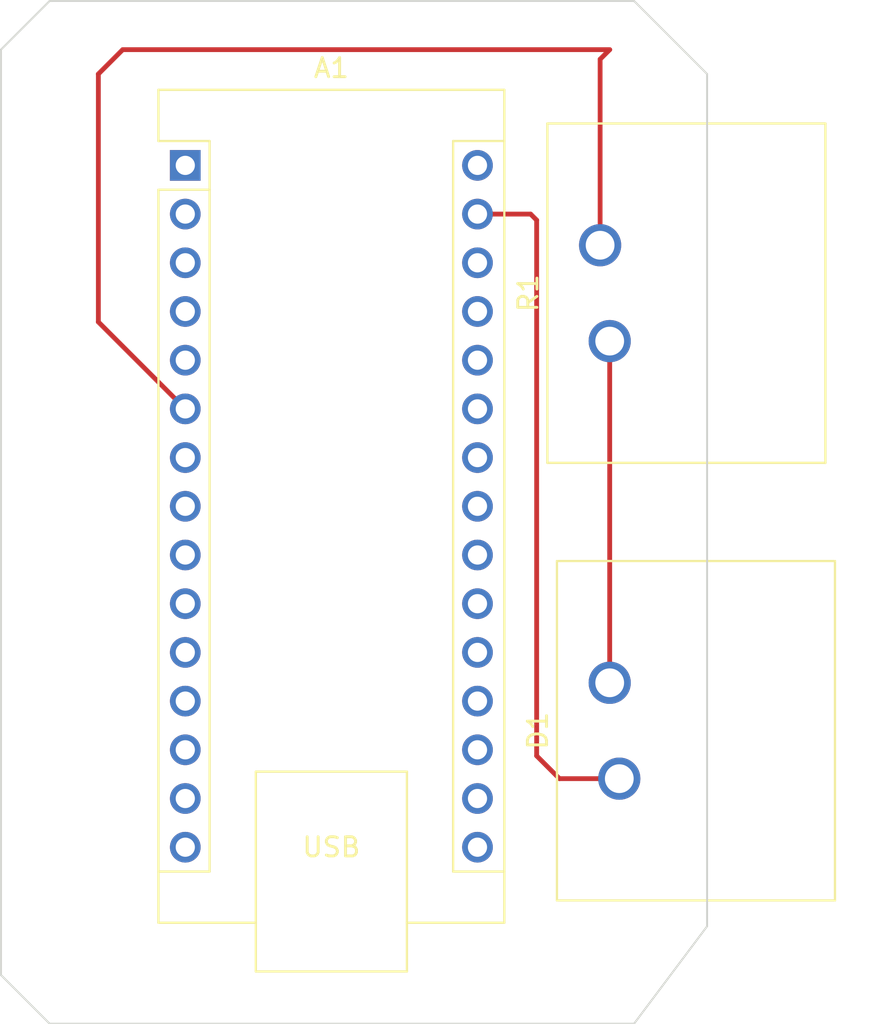
<source format=kicad_pcb>
(kicad_pcb (version 20221018) (generator pcbnew)
  (layers (0 "F.Cu" signal) (31 "B.Cu" signal) (34 "B.Paste" user) (35 "F.Paste" user) (36 "B.SilkS" user "B.Silkscreen") (37 "F.SilkS" user "F.Silkscreen") (38 "B.Mask" user) (39 "F.Mask" user) (44 "Edge.Cuts" user))
  (net 0 "")
  (net 5 "Net-(A1-D3)")
  (net 29 "Net-(D1-Pad1)")
  (net 31 "Net-(A1-GND-Pad29)")
  (footprint "Button_Switch_Keyboard:SW_Matias_1.25u" (layer "F.Cu") (at 144.78 105.41 90)
    (fp_text reference "D1" (at -2.5 -3.75 90) (layer "F.SilkS"))
    (fp_text value "SW_Push")
    (fp_line (start -11.35 -2.75) (end 6.35 -2.75) (stroke (width 0.12)) (layer "F.SilkS"))
    (fp_line (start -11.35 11.75) (end -11.35 -2.75) (stroke (width 0.12)) (layer "F.SilkS"))
    (fp_line (start 6.35 -2.75) (end 6.35 11.75) (stroke (width 0.12)) (layer "F.SilkS"))
    (fp_line (start 6.35 11.75) (end -11.35 11.75) (stroke (width 0.12)) (layer "F.SilkS"))
    (pad "1" thru_hole circle (at 0 0 90) (size 2.2 2.2) (drill 1.5) (layers "*.Cu" "*.Mask") (net 29 "Net-(D1-Pad1)"))
    (pad "2" thru_hole circle (at -5 0.5 90) (size 2.2 2.2) (drill 1.5) (layers "*.Cu" "*.Mask") (net 31 "Net-(A1-GND-Pad29)"))
  )
  (footprint "Button_Switch_Keyboard:SW_Matias_1.25u" (layer "F.Cu") (at 144.28 82.59 90)
    (fp_text reference "R1" (at -2.5 -3.75 90) (layer "F.SilkS"))
    (fp_text value "SW_Push")
    (fp_line (start -11.35 -2.75) (end 6.35 -2.75) (stroke (width 0.12)) (layer "F.SilkS"))
    (fp_line (start -11.35 11.75) (end -11.35 -2.75) (stroke (width 0.12)) (layer "F.SilkS"))
    (fp_line (start 6.35 -2.75) (end 6.35 11.75) (stroke (width 0.12)) (layer "F.SilkS"))
    (fp_line (start 6.35 11.75) (end -11.35 11.75) (stroke (width 0.12)) (layer "F.SilkS"))
    (pad "1" thru_hole circle (at 0 0 90) (size 2.2 2.2) (drill 1.5) (layers "*.Cu" "*.Mask") (net 5 "Net-(A1-D3)"))
    (pad "2" thru_hole circle (at -5 0.5 90) (size 2.2 2.2) (drill 1.5) (layers "*.Cu" "*.Mask") (net 29 "Net-(D1-Pad1)"))
  )
  (footprint "Module:Arduino_Nano" (layer "F.Cu") (at 122.64375 78.425)
    (fp_text reference "A1" (at 7.62 -5.08) (layer "F.SilkS"))
    (fp_text value "Arduino_Nano_v2.x")
    (fp_text user "USB" (at 7.62 35.56 unlocked) (layer "F.SilkS"))
    (fp_line (start -1.4 -3.94) (end -1.4 -1.27) (stroke (width 0.12)) (layer "F.SilkS"))
    (fp_line (start -1.4 1.27) (end -1.4 39.5) (stroke (width 0.12)) (layer "F.SilkS"))
    (fp_line (start -1.4 39.5) (end 3.68 39.5) (stroke (width 0.12)) (layer "F.SilkS"))
    (fp_line (start 1.27 -1.27) (end -1.4 -1.27) (stroke (width 0.12)) (layer "F.SilkS"))
    (fp_line (start 1.27 1.27) (end -1.4 1.27) (stroke (width 0.12)) (layer "F.SilkS"))
    (fp_line (start 1.27 1.27) (end 1.27 -1.27) (stroke (width 0.12)) (layer "F.SilkS"))
    (fp_line (start 1.27 1.27) (end 1.27 36.83) (stroke (width 0.12)) (layer "F.SilkS"))
    (fp_line (start 1.27 36.83) (end -1.4 36.83) (stroke (width 0.12)) (layer "F.SilkS"))
    (fp_line (start 3.68 31.62) (end 11.56 31.62) (stroke (width 0.12)) (layer "F.SilkS"))
    (fp_line (start 3.68 42.04) (end 3.68 31.62) (stroke (width 0.12)) (layer "F.SilkS"))
    (fp_line (start 11.56 31.62) (end 11.56 42.04) (stroke (width 0.12)) (layer "F.SilkS"))
    (fp_line (start 11.56 42.04) (end 3.68 42.04) (stroke (width 0.12)) (layer "F.SilkS"))
    (fp_line (start 13.97 -1.27) (end 13.97 36.83) (stroke (width 0.12)) (layer "F.SilkS"))
    (fp_line (start 13.97 -1.27) (end 16.64 -1.27) (stroke (width 0.12)) (layer "F.SilkS"))
    (fp_line (start 13.97 36.83) (end 16.64 36.83) (stroke (width 0.12)) (layer "F.SilkS"))
    (fp_line (start 16.64 -3.94) (end -1.4 -3.94) (stroke (width 0.12)) (layer "F.SilkS"))
    (fp_line (start 16.64 39.5) (end 11.56 39.5) (stroke (width 0.12)) (layer "F.SilkS"))
    (fp_line (start 16.64 39.5) (end 16.64 -3.94) (stroke (width 0.12)) (layer "F.SilkS"))
    (pad "1" thru_hole rect (at 0 0) (size 1.6 1.6) (drill 1) (layers "*.Cu" "*.Mask"))
    (pad "2" thru_hole oval (at 0 2.54) (size 1.6 1.6) (drill 1) (layers "*.Cu" "*.Mask"))
    (pad "3" thru_hole oval (at 0 5.08) (size 1.6 1.6) (drill 1) (layers "*.Cu" "*.Mask"))
    (pad "4" thru_hole oval (at 0 7.62) (size 1.6 1.6) (drill 1) (layers "*.Cu" "*.Mask"))
    (pad "5" thru_hole oval (at 0 10.16) (size 1.6 1.6) (drill 1) (layers "*.Cu" "*.Mask"))
    (pad "6" thru_hole oval (at 0 12.7) (size 1.6 1.6) (drill 1) (layers "*.Cu" "*.Mask") (net 5 "Net-(A1-D3)"))
    (pad "7" thru_hole oval (at 0 15.24) (size 1.6 1.6) (drill 1) (layers "*.Cu" "*.Mask"))
    (pad "8" thru_hole oval (at 0 17.78) (size 1.6 1.6) (drill 1) (layers "*.Cu" "*.Mask"))
    (pad "9" thru_hole oval (at 0 20.32) (size 1.6 1.6) (drill 1) (layers "*.Cu" "*.Mask"))
    (pad "10" thru_hole oval (at 0 22.86) (size 1.6 1.6) (drill 1) (layers "*.Cu" "*.Mask"))
    (pad "11" thru_hole oval (at 0 25.4) (size 1.6 1.6) (drill 1) (layers "*.Cu" "*.Mask"))
    (pad "12" thru_hole oval (at 0 27.94) (size 1.6 1.6) (drill 1) (layers "*.Cu" "*.Mask"))
    (pad "13" thru_hole oval (at 0 30.48) (size 1.6 1.6) (drill 1) (layers "*.Cu" "*.Mask"))
    (pad "14" thru_hole oval (at 0 33.02) (size 1.6 1.6) (drill 1) (layers "*.Cu" "*.Mask"))
    (pad "15" thru_hole oval (at 0 35.56) (size 1.6 1.6) (drill 1) (layers "*.Cu" "*.Mask"))
    (pad "16" thru_hole oval (at 15.24 35.56) (size 1.6 1.6) (drill 1) (layers "*.Cu" "*.Mask"))
    (pad "17" thru_hole oval (at 15.24 33.02) (size 1.6 1.6) (drill 1) (layers "*.Cu" "*.Mask"))
    (pad "18" thru_hole oval (at 15.24 30.48) (size 1.6 1.6) (drill 1) (layers "*.Cu" "*.Mask"))
    (pad "19" thru_hole oval (at 15.24 27.94) (size 1.6 1.6) (drill 1) (layers "*.Cu" "*.Mask"))
    (pad "20" thru_hole oval (at 15.24 25.4) (size 1.6 1.6) (drill 1) (layers "*.Cu" "*.Mask"))
    (pad "21" thru_hole oval (at 15.24 22.86) (size 1.6 1.6) (drill 1) (layers "*.Cu" "*.Mask"))
    (pad "22" thru_hole oval (at 15.24 20.32) (size 1.6 1.6) (drill 1) (layers "*.Cu" "*.Mask"))
    (pad "23" thru_hole oval (at 15.24 17.78) (size 1.6 1.6) (drill 1) (layers "*.Cu" "*.Mask"))
    (pad "24" thru_hole oval (at 15.24 15.24) (size 1.6 1.6) (drill 1) (layers "*.Cu" "*.Mask"))
    (pad "25" thru_hole oval (at 15.24 12.7) (size 1.6 1.6) (drill 1) (layers "*.Cu" "*.Mask"))
    (pad "26" thru_hole oval (at 15.24 10.16) (size 1.6 1.6) (drill 1) (layers "*.Cu" "*.Mask"))
    (pad "27" thru_hole oval (at 15.24 7.62) (size 1.6 1.6) (drill 1) (layers "*.Cu" "*.Mask"))
    (pad "28" thru_hole oval (at 15.24 5.08) (size 1.6 1.6) (drill 1) (layers "*.Cu" "*.Mask"))
    (pad "29" thru_hole oval (at 15.24 2.54) (size 1.6 1.6) (drill 1) (layers "*.Cu" "*.Mask") (net 31 "Net-(A1-GND-Pad29)"))
    (pad "30" thru_hole oval (at 15.24 0) (size 1.6 1.6) (drill 1) (layers "*.Cu" "*.Mask"))
  )
  (gr_line (start 113.03 72.39) (end 115.57 69.85) (stroke (width 0.1)) (layer "Edge.Cuts"))
  (gr_line (start 115.57 69.85) (end 146.05 69.85) (stroke (width 0.1)) (layer "Edge.Cuts"))
  (gr_line (start 149.86 118.11) (end 146.05 123.19) (stroke (width 0.1)) (layer "Edge.Cuts"))
  (gr_line (start 146.05 123.19) (end 115.57 123.19) (stroke (width 0.1)) (layer "Edge.Cuts"))
  (gr_line (start 115.57 123.19) (end 113.03 120.65) (stroke (width 0.1)) (layer "Edge.Cuts"))
  (gr_line (start 149.86 73.66) (end 149.86 118.11) (stroke (width 0.1)) (layer "Edge.Cuts"))
  (gr_line (start 113.03 72.39) (end 113.03 120.65) (stroke (width 0.1)) (layer "Edge.Cuts"))
  (gr_line (start 146.05 69.85) (end 149.86 73.66) (stroke (width 0.1)) (layer "Edge.Cuts"))
  (segment (start 144.28 72.89) (end 144.78 72.39) (width 0.25) (layer "F.Cu") (net 5))
  (segment (start 118.11 86.59125) (end 122.64375 91.125) (width 0.25) (layer "F.Cu") (net 5))
  (segment (start 144.78 72.39) (end 119.38 72.39) (width 0.25) (layer "F.Cu") (net 5))
  (segment (start 144.28 82.59) (end 144.28 72.89) (width 0.25) (layer "F.Cu") (net 5))
  (segment (start 118.11 73.66) (end 118.11 86.59125) (width 0.25) (layer "F.Cu") (net 5))
  (segment (start 119.38 72.39) (end 118.11 73.66) (width 0.25) (layer "F.Cu") (net 5))
  (segment (start 144.78 87.59) (end 144.78 105.41) (width 0.25) (layer "F.Cu") (net 29))
  (segment (start 142.16 110.41) (end 145.28 110.41) (width 0.25) (layer "F.Cu") (net 31))
  (segment (start 137.88375 80.965) (end 140.655 80.965) (width 0.25) (layer "F.Cu") (net 31))
  (segment (start 140.655 80.965) (end 140.97 81.28) (width 0.25) (layer "F.Cu") (net 31))
  (segment (start 140.97 109.22) (end 142.16 110.41) (width 0.25) (layer "F.Cu") (net 31))
  (segment (start 140.97 81.28) (end 140.97 109.22) (width 0.25) (layer "F.Cu") (net 31))
)
</source>
